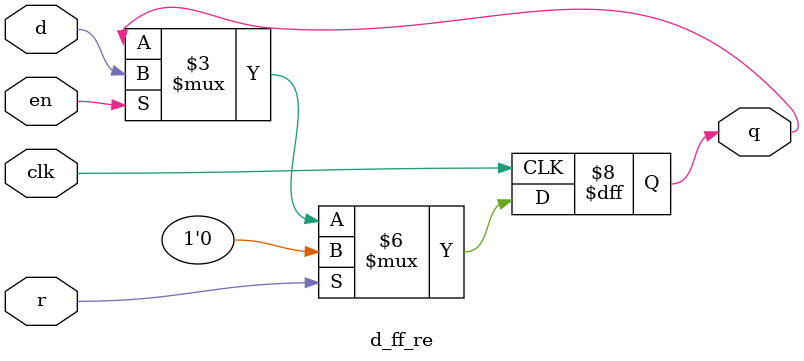
<source format=v>

module d_ff 
(
d,  
clk, 
q);
parameter WIDTH = 1;
input clk;
input [WIDTH-1:0] d;
output [WIDTH-1:0] q;
reg [WIDTH-1:0] q;
always @ (posedge clk) 
q <= d;
endmodule

// dffr: D flip-flop with active high synchronous reset
// Parametrized width; default of 1
module d_ff_r 
(
d, 
r, 
clk, 
q);
parameter WIDTH = 1;
input r;
input clk;
input [WIDTH-1:0] d;
output [WIDTH-1:0] q;
reg [WIDTH-1:0] q;
always @ (posedge clk) 
if ( r ) 
q <= {WIDTH{1'b0}};
else
q <= d;
endmodule


// dffre: D flip-flop with active high enable and reset
// Parametrized width; default of 1
module d_ff_re
(
d,
en,
r,
clk,
q
);
parameter WIDTH = 1;
input en;
input r;
input clk;
input [WIDTH-1:0] d;
output [WIDTH-1:0] q;
reg [WIDTH-1:0] q;
always @ (posedge clk)
if ( r )
q <= {WIDTH{1'b0}};
else if (en)
q <= d;
else q <= q;
endmodule




</source>
